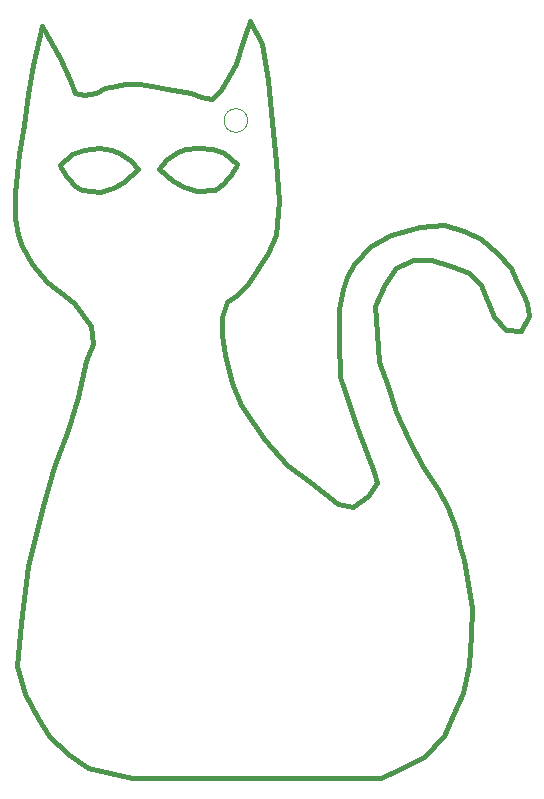
<source format=gbr>
%TF.GenerationSoftware,KiCad,Pcbnew,(5.1.9-0-10_14)*%
%TF.CreationDate,2021-10-18T10:10:58-07:00*%
%TF.ProjectId,cat_pcb_2,6361745f-7063-4625-9f32-2e6b69636164,rev?*%
%TF.SameCoordinates,Original*%
%TF.FileFunction,Profile,NP*%
%FSLAX46Y46*%
G04 Gerber Fmt 4.6, Leading zero omitted, Abs format (unit mm)*
G04 Created by KiCad (PCBNEW (5.1.9-0-10_14)) date 2021-10-18 10:10:58*
%MOMM*%
%LPD*%
G01*
G04 APERTURE LIST*
%TA.AperFunction,Profile*%
%ADD10C,0.390625*%
%TD*%
%TA.AperFunction,Profile*%
%ADD11C,0.100000*%
%TD*%
G04 APERTURE END LIST*
D10*
X145659113Y-62380327D02*
X144359825Y-62262202D01*
X142469950Y-62734689D02*
X141643125Y-63325264D01*
X132676825Y-63744364D02*
X133739875Y-62799427D01*
X134684825Y-62445064D02*
X135984113Y-62326939D01*
D11*
X148574000Y-59960000D02*
G75*
G03*
X148574000Y-59960000I-1000000J0D01*
G01*
D10*
X144241713Y-65923850D02*
X145777238Y-65805725D01*
X143178650Y-65569500D02*
X144241713Y-65923850D01*
X142233713Y-65097027D02*
X143178650Y-65569500D01*
X141052538Y-64033977D02*
X142233713Y-65097027D01*
X141643125Y-63325264D02*
X141052538Y-64033977D01*
X143296763Y-62380327D02*
X142469950Y-62734689D01*
X144359825Y-62262202D02*
X143296763Y-62380327D01*
X146604063Y-62734689D02*
X145659113Y-62380327D01*
X147667113Y-63679627D02*
X146604063Y-62734689D01*
X145777238Y-65805725D02*
X146168970Y-65572006D01*
X146168970Y-65572006D02*
X146528814Y-65264337D01*
X146528814Y-65264337D02*
X146850502Y-64915114D01*
X146850502Y-64915114D02*
X147127761Y-64556736D01*
X147127761Y-64556736D02*
X147354322Y-64221601D01*
X147354322Y-64221601D02*
X147556676Y-63884722D01*
X147556676Y-63884722D02*
X147667113Y-63679627D01*
X136102225Y-65988588D02*
X134566700Y-65870463D01*
X137165288Y-65634238D02*
X136102225Y-65988588D01*
X138110225Y-65161764D02*
X137165288Y-65634238D01*
X139291400Y-64098714D02*
X138110225Y-65161764D01*
X138700813Y-63390002D02*
X139291400Y-64098714D01*
X137873988Y-62799427D02*
X138700813Y-63390002D01*
X137047175Y-62445064D02*
X137873988Y-62799427D01*
X135984113Y-62326939D02*
X137047175Y-62445064D01*
X133739875Y-62799427D02*
X134684825Y-62445064D01*
X134566700Y-65870463D02*
X134174967Y-65636744D01*
X134174967Y-65636744D02*
X133815123Y-65329075D01*
X133815123Y-65329075D02*
X133493435Y-64979852D01*
X133493435Y-64979852D02*
X133216176Y-64621474D01*
X133216176Y-64621474D02*
X132989615Y-64286339D01*
X132989615Y-64286339D02*
X132787261Y-63949460D01*
X132787261Y-63949460D02*
X132676825Y-63744364D01*
X135275363Y-77327875D02*
X133858000Y-75438000D01*
X135511600Y-78863413D02*
X135275363Y-77327875D01*
X134921000Y-80280813D02*
X135511600Y-78863413D01*
X134212300Y-83351875D02*
X134921000Y-80280813D01*
X133385475Y-86186700D02*
X134212300Y-83351875D01*
X132204300Y-89257750D02*
X133385475Y-86186700D01*
X131259363Y-92565050D02*
X132204300Y-89257750D01*
X129960063Y-97644100D02*
X131259363Y-92565050D01*
X129369475Y-102486924D02*
X129960063Y-97644100D01*
X129015125Y-106148562D02*
X129369475Y-102486924D01*
X129723838Y-108510912D02*
X129015125Y-106148562D01*
X130786888Y-110518912D02*
X129723838Y-108510912D01*
X131731838Y-112054437D02*
X130786888Y-110518912D01*
X133385475Y-113589974D02*
X131731838Y-112054437D01*
X135039125Y-114771137D02*
X133385475Y-113589974D01*
X138818888Y-115597962D02*
X135039125Y-114771137D01*
X158190161Y-115597962D02*
X138818888Y-115597962D01*
X159843811Y-115597962D02*
X158190161Y-115597962D01*
X161497461Y-114889262D02*
X159843811Y-115597962D01*
X163505461Y-113826199D02*
X161497461Y-114889262D01*
X165159099Y-112054437D02*
X163505461Y-113826199D01*
X165985924Y-110282674D02*
X165159099Y-112054437D01*
X166812749Y-108392799D02*
X165985924Y-110282674D01*
X167285211Y-106030449D02*
X166812749Y-108392799D01*
X167521436Y-103549987D02*
X167285211Y-106030449D01*
X167536436Y-101198062D02*
X167521436Y-103549987D01*
X167254549Y-99169188D02*
X167536436Y-101198062D01*
X166861699Y-97140300D02*
X167254549Y-99169188D01*
X166576536Y-96108575D02*
X166861699Y-97140300D01*
X166222186Y-94573038D02*
X166576536Y-96108575D01*
X165513474Y-92801275D02*
X166222186Y-94573038D01*
X164686649Y-91147638D02*
X165513474Y-92801275D01*
X163387361Y-89257750D02*
X164686649Y-91147638D01*
X162206186Y-87013513D02*
X163387361Y-89257750D01*
X161143124Y-84651163D02*
X162206186Y-87013513D01*
X160434424Y-82406938D02*
X161143124Y-84651163D01*
X159725711Y-80398938D02*
X160434424Y-82406938D01*
X159489486Y-77918463D02*
X159725711Y-80398938D01*
X159371361Y-75674238D02*
X159489486Y-77918463D01*
X160198186Y-73784350D02*
X159371361Y-75674238D01*
X161143124Y-72485063D02*
X160198186Y-73784350D01*
X162560536Y-71776350D02*
X161143124Y-72485063D01*
X164096061Y-71776350D02*
X162560536Y-71776350D01*
X165749711Y-72248825D02*
X164096061Y-71776350D01*
X167285236Y-72839413D02*
X165749711Y-72248825D01*
X168348299Y-73902475D02*
X167285236Y-72839413D01*
X169411361Y-76560113D02*
X168348299Y-73902475D01*
X169411361Y-76560113D02*
X169411361Y-76560113D01*
X170415349Y-77682225D02*
X169411361Y-76560113D01*
X171714661Y-77800350D02*
X170415349Y-77682225D01*
X172364299Y-76501050D02*
X171714661Y-77800350D01*
X172246174Y-75438000D02*
X172364299Y-76501050D01*
X171891824Y-74611175D02*
X172246174Y-75438000D01*
X171301236Y-73430000D02*
X171891824Y-74611175D01*
X170828761Y-72485063D02*
X171301236Y-73430000D01*
X169647586Y-71185763D02*
X170828761Y-72485063D01*
X168348299Y-70004588D02*
X169647586Y-71185763D01*
X166930886Y-69295888D02*
X168348299Y-70004588D01*
X165159124Y-68823413D02*
X166930886Y-69295888D01*
X163151124Y-68941538D02*
X165159124Y-68823413D01*
X160670661Y-69650238D02*
X163151124Y-68941538D01*
X159017011Y-70595175D02*
X160670661Y-69650238D01*
X157599599Y-72130700D02*
X159017011Y-70595175D01*
X157009011Y-73193763D02*
X157599599Y-72130700D01*
X156654661Y-74256825D02*
X157009011Y-73193763D01*
X156300311Y-75910463D02*
X156654661Y-74256825D01*
X156300311Y-78509050D02*
X156300311Y-75910463D01*
X156418436Y-81698225D02*
X156300311Y-78509050D01*
X157953961Y-86186700D02*
X156418436Y-81698225D01*
X159258000Y-89730225D02*
X157953961Y-86186700D01*
X159512000Y-90678000D02*
X159258000Y-89730225D01*
X158779300Y-91765062D02*
X159512000Y-90678000D01*
X157480000Y-92710000D02*
X158779300Y-91765062D01*
X156210000Y-92456000D02*
X157480000Y-92710000D01*
X155827861Y-92092575D02*
X156210000Y-92456000D01*
X153819863Y-90557050D02*
X155827861Y-92092575D01*
X151929988Y-89139638D02*
X153819863Y-90557050D01*
X150040100Y-87013513D02*
X151929988Y-89139638D01*
X148032100Y-84060575D02*
X150040100Y-87013513D01*
X147205288Y-82170700D02*
X148032100Y-84060575D01*
X146614700Y-79808350D02*
X147205288Y-82170700D01*
X146378463Y-78154700D02*
X146614700Y-79808350D01*
X146378450Y-76560113D02*
X146378463Y-78154700D01*
X146850925Y-75319875D02*
X146378450Y-76560113D01*
X147677750Y-74729288D02*
X146850925Y-75319875D01*
X148622700Y-73784350D02*
X147677750Y-74729288D01*
X150276338Y-71185763D02*
X148622700Y-73784350D01*
X150985038Y-69650238D02*
X150276338Y-71185763D01*
X151221275Y-66815413D02*
X150985038Y-69650238D01*
X150985038Y-63508127D02*
X151221275Y-66815413D01*
X150512575Y-59255889D02*
X150985038Y-63508127D01*
X150276338Y-56539189D02*
X150512575Y-59255889D01*
X149803863Y-53468127D02*
X150276338Y-56539189D01*
X148813275Y-51550202D02*
X149803863Y-53468127D01*
X148622700Y-52050727D02*
X148813275Y-51550202D01*
X148187138Y-53231902D02*
X148622700Y-52050727D01*
X147597513Y-55188927D02*
X148187138Y-53231902D01*
X146304000Y-57404000D02*
X147597513Y-55188927D01*
X145542000Y-58166000D02*
X146304000Y-57404000D01*
X144606700Y-57956602D02*
X145542000Y-58166000D01*
X143779875Y-57602252D02*
X144606700Y-57956602D01*
X142244350Y-57366014D02*
X143779875Y-57602252D01*
X141299400Y-57247889D02*
X142244350Y-57366014D01*
X140472588Y-57011664D02*
X141299400Y-57247889D01*
X139409525Y-56893539D02*
X140472588Y-57011664D01*
X138228350Y-56893539D02*
X139409525Y-56893539D01*
X137401525Y-57011664D02*
X138228350Y-56893539D01*
X136456588Y-57247889D02*
X137401525Y-57011664D01*
X135747875Y-57602252D02*
X136456588Y-57247889D01*
X134684825Y-57838489D02*
X135747875Y-57602252D01*
X133976113Y-57602252D02*
X134684825Y-57838489D01*
X133503650Y-56539189D02*
X133976113Y-57602252D01*
X132676825Y-54649314D02*
X133503650Y-56539189D01*
X131141288Y-51932602D02*
X132676825Y-54649314D01*
X130432588Y-55239889D02*
X131141288Y-51932602D01*
X129960113Y-57720364D02*
X130432588Y-55239889D01*
X129605763Y-60318952D02*
X129960113Y-57720364D01*
X129251413Y-62799427D02*
X129605763Y-60318952D01*
X128897063Y-66106713D02*
X129251413Y-62799427D01*
X128897063Y-68232825D02*
X128897063Y-66106713D01*
X129133300Y-69650238D02*
X128897063Y-68232825D01*
X129487650Y-70595175D02*
X129133300Y-69650238D01*
X130314475Y-72130700D02*
X129487650Y-70595175D01*
X131613763Y-73666238D02*
X130314475Y-72130700D01*
X132676825Y-74493063D02*
X131613763Y-73666238D01*
X133858000Y-75438000D02*
X132676825Y-74493063D01*
M02*

</source>
